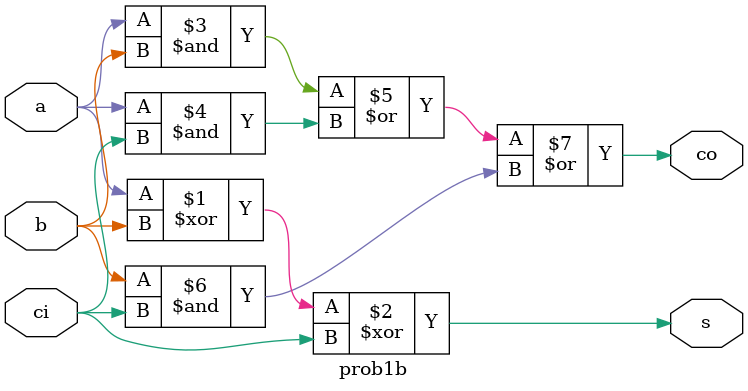
<source format=v>
module prob1b (a, b, ci, co, s);

input a, b, ci;
output co, s;

assign s = a ^ b ^ ci;
assign co = (a&b) | (a&ci) | (b&ci);

endmodule
</source>
